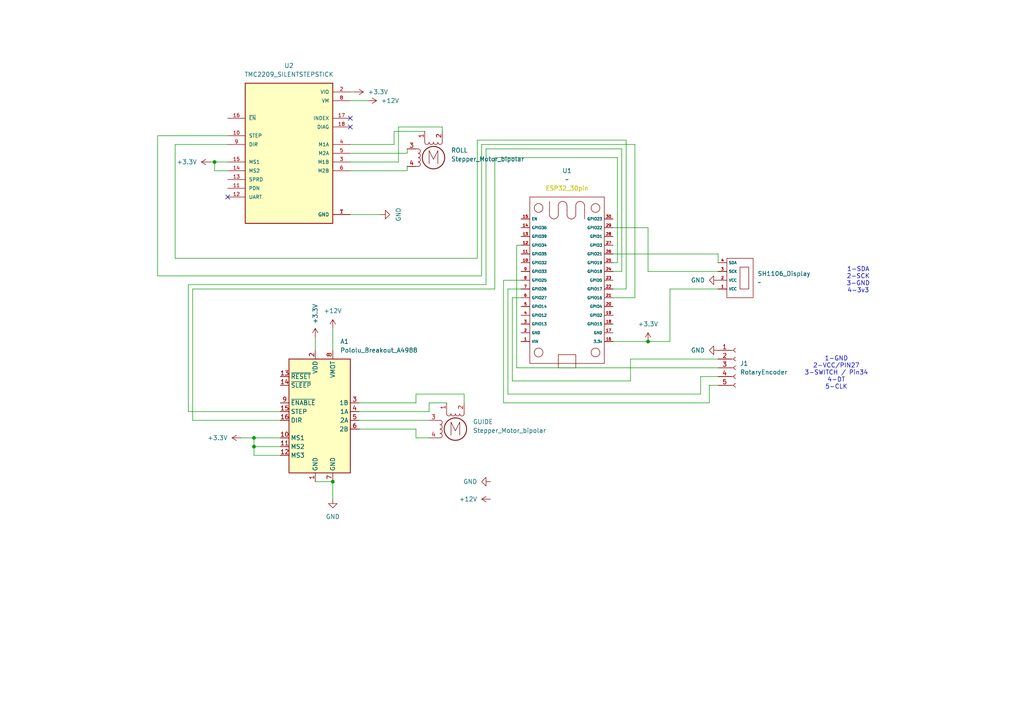
<source format=kicad_sch>
(kicad_sch (version 20250114) (generator "eeschema") (generator_version "9.0")
  (paper "A4")
  (lib_symbols
    (symbol "Connector:Conn_01x05_Socket" (pin_names (offset 1.016) (hide yes))
      (property "Reference" "J" (at 0 7.62 0))
      (property "Value" "Conn_01x05_Socket" (at 0 -7.62 0))
      (symbol "Conn_01x05_Socket_1_1"
        (polyline (pts (xy -1.27 5.08) (xy -0.508 5.08)) (stroke (width 0.1524)))
        (polyline (pts (xy -1.27 2.54) (xy -0.508 2.54)) (stroke (width 0.1524)))
        (polyline (pts (xy -1.27 0) (xy -0.508 0)) (stroke (width 0.1524)))
        (polyline (pts (xy -1.27 -2.54) (xy -0.508 -2.54)) (stroke (width 0.1524)))
        (polyline (pts (xy -1.27 -5.08) (xy -0.508 -5.08)) (stroke (width 0.1524)))
        (arc (start 0 4.572) (mid -0.5058 5.08) (end 0 5.588) (stroke (width 0.1524)))
        (arc (start 0 2.032) (mid -0.5058 2.54) (end 0 3.048) (stroke (width 0.1524)))
        (arc (start 0 -0.508) (mid -0.5058 0) (end 0 0.508) (stroke (width 0.1524)))
        (arc (start 0 -3.048) (mid -0.5058 -2.54) (end 0 -2.032) (stroke (width 0.1524)))
        (arc (start 0 -5.588) (mid -0.5058 -5.08) (end 0 -4.572) (stroke (width 0.1524)))
        (pin passive line (at -5.08 5.08 0) (length 3.81) (name "Pin_1") (number "1"))
        (pin passive line (at -5.08 2.54 0) (length 3.81) (name "Pin_2") (number "2"))
        (pin passive line (at -5.08 0 0) (length 3.81) (name "Pin_3") (number "3"))
        (pin passive line (at -5.08 -2.54 0) (length 3.81) (name "Pin_4") (number "4"))
        (pin passive line (at -5.08 -5.08 0) (length 3.81) (name "Pin_5") (number "5"))
      )
    )
    (symbol "Driver_Motor:Pololu_Breakout_A4988"
      (property "Reference" "A" (at -2.54 19.05 0))
      (property "Value" "Pololu_Breakout_A4988" (at -2.54 16.51 0))
      (symbol "Pololu_Breakout_A4988_0_1"
        (rectangle (start 10.16 -17.78) (end -7.62 15.24) (stroke (width 0.254)) (fill (type background)))
      )
      (symbol "Pololu_Breakout_A4988_1_1"
        (pin input line (at -10.16 10.16 0) (length 2.54) (name "~{RESET}") (number "13"))
        (pin input line (at -10.16 7.62 0) (length 2.54) (name "~{SLEEP}") (number "14"))
        (pin input line (at -10.16 2.54 0) (length 2.54) (name "~{ENABLE}") (number "9"))
        (pin input line (at -10.16 0 0) (length 2.54) (name "STEP") (number "15"))
        (pin input line (at -10.16 -2.54 0) (length 2.54) (name "DIR") (number "16"))
        (pin input line (at -10.16 -7.62 0) (length 2.54) (name "MS1") (number "10"))
        (pin input line (at -10.16 -10.16 0) (length 2.54) (name "MS2") (number "11"))
        (pin input line (at -10.16 -12.7 0) (length 2.54) (name "MS3") (number "12"))
        (pin power_in line (at 0 17.78 270) (length 2.54) (name "VDD") (number "2"))
        (pin power_in line (at 0 -20.32 90) (length 2.54) (name "GND") (number "1"))
        (pin power_in line (at 5.08 17.78 270) (length 2.54) (name "VMOT") (number "8"))
        (pin power_in line (at 5.08 -20.32 90) (length 2.54) (name "GND") (number "7"))
        (pin output line (at 12.7 2.54 180) (length 2.54) (name "1B") (number "3"))
        (pin output line (at 12.7 0 180) (length 2.54) (name "1A") (number "4"))
        (pin output line (at 12.7 -2.54 180) (length 2.54) (name "2A") (number "5"))
        (pin output line (at 12.7 -5.08 180) (length 2.54) (name "2B") (number "6"))
      )
    )
    (symbol "Motor:Stepper_Motor_bipolar" (pin_names (offset 0) (hide yes))
      (property "Reference" "M" (at 3.81 2.54 0))
      (property "Value" "Stepper_Motor_bipolar" (at 3.81 1.27 0))
      (symbol "Stepper_Motor_bipolar_0_0"
        (polyline (pts (xy -1.27 -1.778) (xy -1.27 2.032) (xy 0 -0.508) (xy 1.27 2.032) (xy 1.27 -1.778)))
      )
      (symbol "Stepper_Motor_bipolar_0_1"
        (polyline (pts (xy -5.08 2.54) (xy -4.445 2.54)))
        (polyline (pts (xy -5.08 -2.54) (xy -4.445 -2.54)))
        (arc (start -4.445 2.54) (mid -3.8127 1.905) (end -4.445 1.27))
        (arc (start -4.445 1.27) (mid -3.8127 0.635) (end -4.445 0))
        (arc (start -4.445 0) (mid -3.8127 -0.635) (end -4.445 -1.27))
        (arc (start -4.445 -1.27) (mid -3.8127 -1.905) (end -4.445 -2.54))
        (polyline (pts (xy -2.54 5.08) (xy -2.54 4.445)))
        (arc (start -1.27 4.445) (mid -1.905 3.8127) (end -2.54 4.445))
        (arc (start 0 4.445) (mid -0.635 3.8127) (end -1.27 4.445))
        (circle (center 0 0) (radius 3.2512) (stroke (width 0.254)))
        (arc (start 1.27 4.445) (mid 0.635 3.8127) (end 0 4.445))
        (arc (start 2.54 4.445) (mid 1.905 3.8127) (end 1.27 4.445))
        (polyline (pts (xy 2.54 5.08) (xy 2.54 4.445)))
      )
      (symbol "Stepper_Motor_bipolar_1_1"
        (pin passive line (at -7.62 2.54 0) (length 2.54) (name "~") (number "3"))
        (pin passive line (at -7.62 -2.54 0) (length 2.54) (name "~") (number "4"))
        (pin passive line (at -2.54 7.62 270) (length 2.54) (name "~") (number "1"))
        (pin passive line (at 2.54 7.62 270) (length 2.54) (name "-") (number "2"))
      )
    )
    (symbol "New_Library:ESP32_30Pin"
      (property "Reference" "U" (at 0 0 0))
      (property "Footprint" "ESP32_30pin" (at 0 -2.54 0))
      (symbol "ESP32_30Pin_0_1"
        (rectangle (start -24.13 10.795) (end 24.13 -10.795))
        (polyline (pts (xy -21.59 5.08) (xy -20.32 5.08)))
        (polyline (pts (xy -21.59 2.54) (xy -20.32 2.54)))
        (polyline (pts (xy -21.59 0) (xy -20.32 0)))
        (polyline (pts (xy -21.59 -2.54) (xy -20.32 -2.54)))
        (arc (start -21.5975 2.5325) (mid -22.4933 2.9067) (end -22.8675 3.8025))
        (arc (start -21.5975 -2.5475) (mid -22.4933 -2.1733) (end -22.8675 -1.2775))
        (arc (start -22.86 3.81) (mid -22.4873 4.7073) (end -21.59 5.08))
        (arc (start -22.86 -1.27) (mid -22.4873 -0.3727) (end -21.59 0))
        (circle (center -20.955 8.255) (radius 1.27))
        (circle (center -20.955 -8.255) (radius 1.27))
        (polyline (pts (xy -20.32 5.08) (xy -17.78 5.08)))
        (polyline (pts (xy -20.32 -5.08) (xy -22.86 -5.08)))
        (arc (start -17.7775 1.2675) (mid -18.1502 0.3702) (end -19.0475 -0.0025))
        (arc (start -17.7775 -3.8125) (mid -18.1502 -4.7098) (end -19.0475 -5.0825))
        (arc (start -19.04 2.545) (mid -18.1442 2.1708) (end -17.77 1.275))
        (arc (start -19.04 -2.535) (mid -18.1442 -2.9092) (end -17.77 -3.805))
        (polyline (pts (xy -19.0475 2.5375) (xy -20.3175 2.5375)))
        (polyline (pts (xy -19.0475 -0.0025) (xy -20.3175 -0.0025)))
        (polyline (pts (xy -19.0475 -2.5425) (xy -20.3175 -2.5425)))
        (polyline (pts (xy -19.0475 -5.0825) (xy -20.3175 -5.0825)))
        (circle (center 20.955 8.255) (radius 1.27))
        (circle (center 20.955 -8.255) (radius 1.27))
        (rectangle (start 21.59 2.54) (end 25.4 -2.54))
      )
      (symbol "ESP32_30Pin_1_1"
        (pin bidirectional line (at -17.78 13.335 270) (length 2.54) (name "GPIO23") (number "30"))
        (pin bidirectional line (at -17.78 -13.335 90) (length 2.54) (name "EN") (number "15"))
        (pin bidirectional line (at -15.24 13.335 270) (length 2.54) (name "GPIO22") (number "29"))
        (pin bidirectional line (at -15.24 -13.335 90) (length 2.54) (name "GPIO36") (number "14"))
        (pin bidirectional line (at -12.7 13.335 270) (length 2.54) (name "GPIO1") (number "28"))
        (pin bidirectional line (at -12.7 -13.335 90) (length 2.54) (name "GPIO39") (number "13"))
        (pin bidirectional line (at -10.16 13.335 270) (length 2.54) (name "GPIO3") (number "27"))
        (pin bidirectional line (at -10.16 -13.335 90) (length 2.54) (name "GPIO34") (number "12"))
        (pin bidirectional line (at -7.62 13.335 270) (length 2.54) (name "GPIO21") (number "26"))
        (pin bidirectional line (at -7.62 -13.335 90) (length 2.54) (name "GPIO35") (number "11"))
        (pin bidirectional line (at -5.08 13.335 270) (length 2.54) (name "GPIO19") (number "25"))
        (pin bidirectional line (at -5.08 -13.335 90) (length 2.54) (name "GPIO32") (number "10"))
        (pin bidirectional line (at -2.54 13.335 270) (length 2.54) (name "GPIO18") (number "24"))
        (pin bidirectional line (at -2.54 -13.335 90) (length 2.54) (name "GPIO33") (number "9"))
        (pin bidirectional line (at 0 13.335 270) (length 2.54) (name "GPIO5") (number "23"))
        (pin bidirectional line (at 0 -13.335 90) (length 2.54) (name "GPIO25") (number "8"))
        (pin bidirectional line (at 2.54 13.335 270) (length 2.54) (name "GPIO17") (number "22"))
        (pin bidirectional line (at 2.54 -13.335 90) (length 2.54) (name "GPIO26") (number "7"))
        (pin bidirectional line (at 5.08 13.335 270) (length 2.54) (name "GPIO16") (number "21"))
        (pin bidirectional line (at 5.08 -13.335 90) (length 2.54) (name "GPIO27") (number "6"))
        (pin bidirectional line (at 7.62 13.335 270) (length 2.54) (name "GPIO4") (number "20"))
        (pin bidirectional line (at 7.62 -13.335 90) (length 2.54) (name "GPIO14") (number "5"))
        (pin bidirectional line (at 10.16 13.335 270) (length 2.54) (name "GPIO2") (number "19"))
        (pin bidirectional line (at 10.16 -13.335 90) (length 2.54) (name "GPIO12") (number "4"))
        (pin bidirectional line (at 12.7 13.335 270) (length 2.54) (name "GPIO15") (number "18"))
        (pin bidirectional line (at 12.7 -13.335 90) (length 2.54) (name "GPIO13") (number "3"))
        (pin power_in line (at 15.24 13.335 270) (length 2.54) (name "GND") (number "17"))
        (pin bidirectional line (at 15.24 -13.335 90) (length 2.54) (name "GND") (number "2"))
        (pin output line (at 17.78 13.335 270) (length 2.54) (name "3.3v") (number "16"))
        (pin power_out line (at 17.78 -13.335 90) (length 2.54) (name "VIN") (number "1"))
      )
    )
    (symbol "New_Library:TMC2209_SILENTSTEPSTICK" (pin_names (offset 1.016))
      (property "Reference" "U" (at -12.7 22.86 0))
      (property "Value" "TMC2209_SILENTSTEPSTICK" (at -12.7 -22.86 0))
      (symbol "TMC2209_SILENTSTEPSTICK_0_0"
        (rectangle (start -12.7 20.32) (end 12.7 -20.32) (stroke (width 0.254)) (fill (type background)))
        (pin input line (at -17.78 10.16 0) (length 5.08) (name "~{EN}") (number "16"))
        (pin input line (at -17.78 5.08 0) (length 5.08) (name "STEP") (number "10"))
        (pin input line (at -17.78 2.54 0) (length 5.08) (name "DIR") (number "9"))
        (pin input line (at -17.78 -2.54 0) (length 5.08) (name "MS1") (number "15"))
        (pin input line (at -17.78 -5.08 0) (length 5.08) (name "MS2") (number "14"))
        (pin input line (at -17.78 -7.62 0) (length 5.08) (name "SPRD") (number "13"))
        (pin bidirectional line (at -17.78 -10.16 0) (length 5.08) (name "PDN") (number "11"))
        (pin bidirectional line (at -17.78 -12.7 0) (length 5.08) (name "UART") (number "12"))
        (pin power_in line (at 17.78 17.78 180) (length 5.08) (name "VIO") (number "2"))
        (pin power_in line (at 17.78 15.24 180) (length 5.08) (name "VM") (number "8"))
        (pin output line (at 17.78 10.16 180) (length 5.08) (name "INDEX") (number "17"))
        (pin output line (at 17.78 7.62 180) (length 5.08) (name "DIAG") (number "18"))
        (pin output line (at 17.78 2.54 180) (length 5.08) (name "M1A") (number "4"))
        (pin output line (at 17.78 0 180) (length 5.08) (name "M2A") (number "5"))
        (pin output line (at 17.78 -2.54 180) (length 5.08) (name "M1B") (number "3"))
        (pin output line (at 17.78 -5.08 180) (length 5.08) (name "M2B") (number "6"))
        (pin power_in line (at 17.78 -17.78 180) (length 5.08) (name "GND") (number "1"))
        (pin power_in line (at 17.78 -17.78 180) (length 5.08) (name "GND") (number "7"))
      )
    )
    (symbol "New_Library:sh1106"
      (property "Reference" "u1" (at 0 0 0))
      (symbol "sh1106_0_1"
        (rectangle (start -3.81 10.16) (end 3.81 -1.27))
        (rectangle (start 0 7.62) (end 2.54 1.27))
      )
      (symbol "sh1106_1_1"
        (pin input line (at -6.35 8.89 0) (length 2.54) (name "SDA") (number "4"))
        (pin input line (at -6.35 6.35 0) (length 2.54) (name "SCK") (number "3"))
        (pin input line (at -6.35 3.81 0) (length 2.54) (name "VCC") (number "2"))
        (pin input line (at -6.35 1.27 0) (length 2.54) (name "VCC") (number "1"))
      )
    )
    (symbol "power:+12V" (power) (pin_numbers (hide yes)) (pin_names (offset 0) (hide yes))
      (property "Value" "+12V" (at 0 3.556 0))
      (symbol "+12V_0_1"
        (polyline (pts (xy -0.762 1.27) (xy 0 2.54)))
        (polyline (pts (xy 0 2.54) (xy 0.762 1.27)))
        (polyline (pts (xy 0 0) (xy 0 2.54)))
      )
      (symbol "+12V_1_1"
        (pin power_in line (at 0 0 90) (length 0) (name "~") (number "1"))
      )
    )
    (symbol "power:+3.3V" (power) (pin_numbers (hide yes)) (pin_names (offset 0) (hide yes))
      (property "Value" "+3.3V" (at 0 3.556 0))
      (symbol "+3.3V_0_1"
        (polyline (pts (xy -0.762 1.27) (xy 0 2.54)))
        (polyline (pts (xy 0 2.54) (xy 0.762 1.27)))
        (polyline (pts (xy 0 0) (xy 0 2.54)))
      )
      (symbol "+3.3V_1_1"
        (pin power_in line (at 0 0 90) (length 0) (name "~") (number "1"))
      )
    )
    (symbol "power:GND" (power) (pin_numbers (hide yes)) (pin_names (offset 0) (hide yes))
      (property "Value" "GND" (at 0 -3.81 0))
      (symbol "GND_0_1"
        (polyline (pts (xy 0 0) (xy 0 -1.27) (xy 1.27 -1.27) (xy 0 -2.54) (xy -1.27 -1.27) (xy 0 -1.27)))
      )
      (symbol "GND_1_1"
        (pin power_in line (at 0 0 270) (length 0) (name "~") (number "1"))
      )
    )
  )
  (text "1-GND\n2-VCC/PIN27\n3-SWITCH / Pin34\n4-DT\n5-CLK" (at 242.57 108.204 0) (effects (font (size 1.27 1.27))))
  (text "1-SDA\n2-SCK\n3-GND\n4-3v3\n" (at 248.92 81.28 0) (effects (font (size 1.27 1.27))))
  (junction (at 96.52 139.7))
  (junction (at 187.96 99.06))
  (junction (at 73.66 129.54))
  (junction (at 62.23 46.99))
  (junction (at 73.66 127))
  (no_connect (at 66.04 57.15))
  (no_connect (at 101.6 36.83))
  (no_connect (at 101.6 34.29))
  (wire (pts (xy 115.57 36.83) (xy 128.27 36.83)))
  (wire (pts (xy 149.86 106.68) (xy 149.86 71.12)))
  (wire (pts (xy 187.96 99.06) (xy 194.31 99.06)))
  (wire (pts (xy 66.04 49.53) (xy 62.23 49.53)))
  (wire (pts (xy 208.28 106.68) (xy 149.86 106.68)))
  (wire (pts (xy 101.6 46.99) (xy 115.57 46.99)))
  (wire (pts (xy 73.66 132.08) (xy 73.66 129.54)))
  (wire (pts (xy 120.65 114.3) (xy 134.62 114.3)))
  (wire (pts (xy 62.23 49.53) (xy 62.23 46.99)))
  (wire (pts (xy 146.05 116.84) (xy 205.74 116.84)))
  (wire (pts (xy 143.51 45.72) (xy 179.07 45.72)))
  (wire (pts (xy 181.61 83.82) (xy 177.8 83.82)))
  (wire (pts (xy 187.96 66.04) (xy 177.8 66.04)))
  (wire (pts (xy 62.23 46.99) (xy 66.04 46.99)))
  (wire (pts (xy 101.6 44.45) (xy 118.11 44.45)))
  (wire (pts (xy 73.66 129.54) (xy 73.66 127)))
  (wire (pts (xy 177.8 78.74) (xy 180.34 78.74)))
  (wire (pts (xy 81.28 129.54) (xy 73.66 129.54)))
  (wire (pts (xy 208.28 109.22) (xy 203.2 109.22)))
  (wire (pts (xy 128.27 36.83) (xy 128.27 38.1)))
  (wire (pts (xy 138.43 40.64) (xy 181.61 40.64)))
  (wire (pts (xy 143.51 83.82) (xy 143.51 45.72)))
  (wire (pts (xy 124.46 119.38) (xy 124.46 116.84)))
  (wire (pts (xy 45.72 39.37) (xy 66.04 39.37)))
  (wire (pts (xy 177.8 99.06) (xy 187.96 99.06)))
  (wire (pts (xy 73.66 127) (xy 81.28 127)))
  (wire (pts (xy 181.61 40.64) (xy 181.61 83.82)))
  (wire (pts (xy 120.65 116.84) (xy 120.65 114.3)))
  (wire (pts (xy 140.97 82.55) (xy 54.61 82.55)))
  (wire (pts (xy 114.3 41.91) (xy 114.3 38.1)))
  (wire (pts (xy 101.6 29.21) (xy 106.68 29.21)))
  (wire (pts (xy 182.88 104.14) (xy 182.88 110.49)))
  (wire (pts (xy 54.61 119.38) (xy 81.28 119.38)))
  (wire (pts (xy 139.7 41.91) (xy 139.7 80.01)))
  (wire (pts (xy 146.05 81.28) (xy 146.05 116.84)))
  (wire (pts (xy 149.86 71.12) (xy 151.13 71.12)))
  (wire (pts (xy 104.14 121.92) (xy 124.46 121.92)))
  (wire (pts (xy 148.59 86.36) (xy 151.13 86.36)))
  (wire (pts (xy 187.96 66.04) (xy 187.96 78.74)))
  (wire (pts (xy 69.85 127) (xy 73.66 127)))
  (wire (pts (xy 194.31 83.82) (xy 208.28 83.82)))
  (wire (pts (xy 182.88 110.49) (xy 148.59 110.49)))
  (wire (pts (xy 118.11 49.53) (xy 118.11 48.26)))
  (wire (pts (xy 134.62 114.3) (xy 134.62 116.84)))
  (wire (pts (xy 208.28 73.66) (xy 208.28 76.2)))
  (wire (pts (xy 114.3 38.1) (xy 123.19 38.1)))
  (wire (pts (xy 120.65 124.46) (xy 120.65 127)))
  (wire (pts (xy 104.14 124.46) (xy 120.65 124.46)))
  (wire (pts (xy 177.8 76.2) (xy 179.07 76.2)))
  (wire (pts (xy 140.97 43.18) (xy 140.97 82.55)))
  (wire (pts (xy 55.88 121.92) (xy 55.88 83.82)))
  (wire (pts (xy 118.11 44.45) (xy 118.11 43.18)))
  (wire (pts (xy 179.07 45.72) (xy 179.07 76.2)))
  (wire (pts (xy 60.96 46.99) (xy 62.23 46.99)))
  (wire (pts (xy 104.14 119.38) (xy 124.46 119.38)))
  (wire (pts (xy 45.72 80.01) (xy 45.72 39.37)))
  (wire (pts (xy 96.52 95.25) (xy 96.52 101.6)))
  (wire (pts (xy 205.74 111.76) (xy 208.28 111.76)))
  (wire (pts (xy 115.57 46.99) (xy 115.57 36.83)))
  (wire (pts (xy 148.59 110.49) (xy 148.59 86.36)))
  (wire (pts (xy 101.6 62.23) (xy 110.49 62.23)))
  (wire (pts (xy 91.44 139.7) (xy 96.52 139.7)))
  (wire (pts (xy 184.15 86.36) (xy 184.15 41.91)))
  (wire (pts (xy 50.8 41.91) (xy 50.8 74.93)))
  (wire (pts (xy 50.8 74.93) (xy 138.43 74.93)))
  (wire (pts (xy 102.87 26.67) (xy 101.6 26.67)))
  (wire (pts (xy 194.31 99.06) (xy 194.31 83.82)))
  (wire (pts (xy 124.46 116.84) (xy 129.54 116.84)))
  (wire (pts (xy 54.61 82.55) (xy 54.61 119.38)))
  (wire (pts (xy 147.32 114.3) (xy 147.32 83.82)))
  (wire (pts (xy 120.65 127) (xy 124.46 127)))
  (wire (pts (xy 151.13 81.28) (xy 146.05 81.28)))
  (wire (pts (xy 96.52 139.7) (xy 96.52 144.78)))
  (wire (pts (xy 81.28 121.92) (xy 55.88 121.92)))
  (wire (pts (xy 208.28 104.14) (xy 182.88 104.14)))
  (wire (pts (xy 208.28 73.66) (xy 177.8 73.66)))
  (wire (pts (xy 187.96 78.74) (xy 208.28 78.74)))
  (wire (pts (xy 147.32 83.82) (xy 151.13 83.82)))
  (wire (pts (xy 101.6 41.91) (xy 114.3 41.91)))
  (wire (pts (xy 81.28 132.08) (xy 73.66 132.08)))
  (wire (pts (xy 203.2 114.3) (xy 147.32 114.3)))
  (wire (pts (xy 205.74 116.84) (xy 205.74 111.76)))
  (wire (pts (xy 104.14 116.84) (xy 120.65 116.84)))
  (wire (pts (xy 203.2 109.22) (xy 203.2 114.3)))
  (wire (pts (xy 180.34 78.74) (xy 180.34 43.18)))
  (wire (pts (xy 184.15 41.91) (xy 139.7 41.91)))
  (wire (pts (xy 139.7 80.01) (xy 45.72 80.01)))
  (wire (pts (xy 101.6 49.53) (xy 118.11 49.53)))
  (wire (pts (xy 91.44 97.79) (xy 91.44 101.6)))
  (wire (pts (xy 66.04 41.91) (xy 50.8 41.91)))
  (wire (pts (xy 138.43 74.93) (xy 138.43 40.64)))
  (wire (pts (xy 55.88 83.82) (xy 143.51 83.82)))
  (wire (pts (xy 177.8 86.36) (xy 184.15 86.36)))
  (wire (pts (xy 180.34 43.18) (xy 140.97 43.18)))
  (symbol (lib_id "Driver_Motor:Pololu_Breakout_A4988") (at 91.44 119.38 0) (unit 1)
    (property "Reference" "A1" (at 98.6633 99.06 0) (effects (justify left)))
    (property "Value" "Pololu_Breakout_A4988" (at 98.6633 101.6 0) (effects (justify left)))
    (property "Footprint" "Module:Pololu_Breakout-16_15.2x20.3mm" (effects (hide yes)))
    (property "Datasheet" "https://www.pololu.com/product/2980/pictures" (effects (hide yes)))
    (property "Description" "Pololu Breakout Board, Stepper Driver A4988" (effects (hide yes)))
  )
  (symbol (lib_id "power:+3.3V") (at 60.96 46.99 90) (unit 1)
    (property "Reference" "#PWR09" (effects (hide yes)))
    (property "Value" "+3.3V" (at 57.15 46.9899 90) (effects (justify left)))
    (property "Description" "Power symbol creates a global label with name \"+3.3V\"" (effects (hide yes)))
  )
  (symbol (lib_id "Connector:Conn_01x05_Socket") (at 213.36 106.68 0) (unit 1)
    (property "Reference" "J1" (at 214.63 105.4099 0) (effects (justify left)))
    (property "Value" "RotaryEncoder" (at 214.63 107.9499 0) (effects (justify left)))
    (property "Description" "Generic connector, single row, 01x05, script generated" (effects (hide yes)))
  )
  (symbol (lib_id "power:+3.3V") (at 69.85 127 90) (unit 1)
    (property "Reference" "#PWR010" (effects (hide yes)))
    (property "Value" "+3.3V" (at 66.04 126.9999 90) (effects (justify left)))
    (property "Description" "Power symbol creates a global label with name \"+3.3V\"" (effects (hide yes)))
  )
  (symbol (lib_id "power:+12V") (at 106.68 29.21 270) (unit 1)
    (property "Reference" "#PWR03" (effects (hide yes)))
    (property "Value" "+12V" (at 110.49 29.2099 90) (effects (justify left)))
    (property "Description" "Power symbol creates a global label with name \"+12V\"" (effects (hide yes)))
  )
  (symbol (lib_id "Motor:Stepper_Motor_bipolar") (at 132.08 124.46 0) (unit 1)
    (property "Reference" "GUIDE" (at 137.16 122.339 0) (effects (justify left)))
    (property "Value" "Stepper_Motor_bipolar" (at 137.16 124.879 0) (effects (justify left)))
    (property "Datasheet" "http://www.infineon.com/dgdl/Application-Note-TLE8110EE_driving_UniPolarStepperMotor_V1.1.pdf?fileId=db3a30431be39b97011be5d0aa0a00b0" (effects (hide yes)))
    (property "Description" "4-wire bipolar stepper motor" (effects (hide yes)))
  )
  (symbol (lib_id "New_Library:TMC2209_SILENTSTEPSTICK") (at 83.82 44.45 0) (unit 1)
    (property "Reference" "U2" (at 83.82 19.05 0))
    (property "Value" "TMC2209_SILENTSTEPSTICK" (at 83.82 21.59 0))
    (property "Footprint" "TMC2209_SILENTSTEPSTICK:MODULE_TMC2209_SILENTSTEPSTICK" (effects (hide yes)))
    (property "Package" "None" (effects (hide yes)))
    (property "Price" "None" (effects (hide yes)))
    (property "PARTREV" "1.20" (effects (hide yes)))
    (property "SNAPEDA_PN" "TMC2209 SILENTSTEPSTICK" (effects (hide yes)))
  )
  (symbol (lib_id "power:+3.3V") (at 102.87 26.67 270) (unit 1)
    (property "Reference" "#PWR011" (effects (hide yes)))
    (property "Value" "+3.3V" (at 106.68 26.6701 90) (effects (justify left)))
    (property "Description" "Power symbol creates a global label with name \"+3.3V\"" (effects (hide yes)))
  )
  (symbol (lib_id "power:GND") (at 110.49 62.23 90) (unit 1)
    (property "Reference" "#PWR06" (effects (hide yes)))
    (property "Value" "GND" (at 115.57 62.23 0))
    (property "Description" "Power symbol creates a global label with name \"GND\" , ground" (effects (hide yes)))
  )
  (symbol (lib_id "Motor:Stepper_Motor_bipolar") (at 125.73 45.72 0) (unit 1)
    (property "Reference" "ROLL" (at 130.81 43.599 0) (effects (justify left)))
    (property "Value" "Stepper_Motor_bipolar" (at 130.81 46.139 0) (effects (justify left)))
    (property "Datasheet" "http://www.infineon.com/dgdl/Application-Note-TLE8110EE_driving_UniPolarStepperMotor_V1.1.pdf?fileId=db3a30431be39b97011be5d0aa0a00b0" (effects (hide yes)))
    (property "Description" "4-wire bipolar stepper motor" (effects (hide yes)))
  )
  (symbol (lib_id "power:GND") (at 142.24 139.7 270) (unit 1)
    (property "Reference" "#PWR02" (effects (hide yes)))
    (property "Value" "GND" (at 138.43 139.6999 90) (effects (justify right)))
    (property "Description" "Power symbol creates a global label with name \"GND\" , ground" (effects (hide yes)))
  )
  (symbol (lib_id "New_Library:sh1106") (at 214.63 85.09 0) (unit 1)
    (property "Reference" "SH1106_Display" (at 219.71 79.3749 0) (effects (justify left)))
    (property "Value" "~" (at 219.71 81.9149 0) (effects (justify left)))
  )
  (symbol (lib_id "power:GND") (at 208.28 101.6 270) (unit 1)
    (property "Reference" "#PWR013" (effects (hide yes)))
    (property "Value" "GND" (at 204.47 101.5999 90) (effects (justify right)))
    (property "Description" "Power symbol creates a global label with name \"GND\" , ground" (effects (hide yes)))
  )
  (symbol (lib_id "power:+12V") (at 142.24 144.78 90) (unit 1)
    (property "Reference" "#PWR01" (effects (hide yes)))
    (property "Value" "+12V" (at 138.43 144.7799 90) (effects (justify left)))
    (property "Description" "Power symbol creates a global label with name \"+12V\"" (effects (hide yes)))
  )
  (symbol (lib_id "power:GND") (at 96.52 144.78 0) (unit 1)
    (property "Reference" "#PWR05" (effects (hide yes)))
    (property "Value" "GND" (at 96.52 149.86 0))
    (property "Description" "Power symbol creates a global label with name \"GND\" , ground" (effects (hide yes)))
  )
  (symbol (lib_id "New_Library:ESP32_30Pin") (at 164.465 81.28 270) (unit 1)
    (property "Reference" "U1" (at 164.465 49.53 90))
    (property "Value" "~" (at 164.465 52.07 90))
    (property "Footprint" "ESP32_30pin" (at 164.465 54.61 90))
  )
  (symbol (lib_id "power:+12V") (at 96.52 95.25 0) (unit 1)
    (property "Reference" "#PWR04" (effects (hide yes)))
    (property "Value" "+12V" (at 96.52 90.17 0))
    (property "Description" "Power symbol creates a global label with name \"+12V\"" (effects (hide yes)))
  )
  (symbol (lib_id "power:+3.3V") (at 91.44 97.79 0) (unit 1)
    (property "Reference" "#PWR012" (effects (hide yes)))
    (property "Value" "+3.3V" (at 91.4401 93.98 90) (effects (justify left)))
    (property "Description" "Power symbol creates a global label with name \"+3.3V\"" (effects (hide yes)))
  )
  (symbol (lib_id "power:GND") (at 208.28 81.28 270) (unit 1)
    (property "Reference" "#PWR07" (effects (hide yes)))
    (property "Value" "GND" (at 204.47 81.2799 90) (effects (justify right)))
    (property "Description" "Power symbol creates a global label with name \"GND\" , ground" (effects (hide yes)))
  )
  (symbol (lib_id "power:+3.3V") (at 187.96 99.06 0) (unit 1)
    (property "Reference" "#PWR08" (effects (hide yes)))
    (property "Value" "+3.3V" (at 187.96 93.98 0))
    (property "Description" "Power symbol creates a global label with name \"+3.3V\"" (effects (hide yes)))
  )
)
</source>
